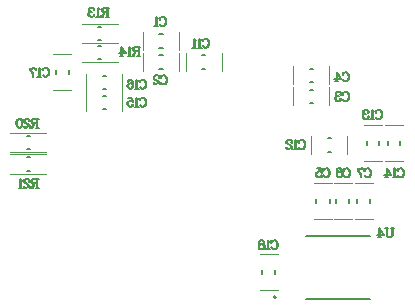
<source format=gbo>
G04*
G04 #@! TF.GenerationSoftware,Altium Limited,Altium Designer,19.0.15 (446)*
G04*
G04 Layer_Color=32896*
%FSLAX23Y23*%
%MOIN*%
G70*
G01*
G75*
%ADD13C,0.008*%
%ADD14C,0.004*%
%ADD19C,0.005*%
D13*
X1137Y911D02*
G03*
X1137Y911I-4J0D01*
G01*
X1092Y989D02*
Y1001D01*
X1135Y989D02*
Y1001D01*
X1316Y1226D02*
Y1238D01*
X1272Y1226D02*
Y1238D01*
X1381Y1226D02*
Y1238D01*
X1337Y1226D02*
Y1238D01*
X1451Y1226D02*
Y1238D01*
X1407Y1226D02*
Y1238D01*
X1309Y1396D02*
X1321D01*
X1309Y1440D02*
X1321D01*
X1439Y1419D02*
Y1431D01*
X1482Y1419D02*
Y1431D01*
X1509Y1419D02*
Y1431D01*
X1552Y1419D02*
Y1431D01*
X1249Y1602D02*
X1261D01*
X1249Y1558D02*
X1261D01*
X891Y1673D02*
X902D01*
X891Y1717D02*
X902D01*
X747Y1743D02*
X759D01*
X747Y1787D02*
X759D01*
X559Y1539D02*
X571D01*
X559Y1582D02*
X571D01*
X559Y1604D02*
X571D01*
X559Y1647D02*
X571D01*
X543Y1748D02*
X554D01*
X543Y1704D02*
X554D01*
X543Y1811D02*
X554D01*
X543Y1768D02*
X554D01*
X403Y1655D02*
Y1667D01*
X447Y1655D02*
Y1667D01*
X307Y1333D02*
X318D01*
X307Y1377D02*
X318D01*
X307Y1404D02*
X318D01*
X307Y1448D02*
X318D01*
X1249Y1672D02*
X1261D01*
X1249Y1628D02*
X1261D01*
X747Y1717D02*
X759D01*
X747Y1673D02*
X759D01*
D14*
X1083Y935D02*
X1143D01*
X1083Y1055D02*
X1143D01*
X1264Y1292D02*
X1324D01*
X1264Y1172D02*
X1324D01*
X1329Y1292D02*
X1389D01*
X1329Y1172D02*
X1389D01*
X1399Y1292D02*
X1459D01*
X1399Y1172D02*
X1459D01*
X1375Y1388D02*
Y1448D01*
X1255Y1388D02*
Y1448D01*
X1431Y1365D02*
X1491D01*
X1431Y1485D02*
X1491D01*
X1501Y1365D02*
X1561D01*
X1501Y1485D02*
X1561D01*
X1195Y1550D02*
Y1610D01*
X1315Y1550D02*
Y1610D01*
X956Y1665D02*
Y1725D01*
X836Y1665D02*
Y1725D01*
X813Y1735D02*
Y1795D01*
X693Y1735D02*
Y1795D01*
X625Y1531D02*
Y1591D01*
X505Y1531D02*
Y1591D01*
X625Y1596D02*
Y1656D01*
X505Y1596D02*
Y1656D01*
X491Y1694D02*
X609D01*
X491Y1758D02*
X609D01*
X491Y1758D02*
X609D01*
X491Y1822D02*
X609D01*
X395Y1601D02*
X455D01*
X395Y1721D02*
X455D01*
X252Y1387D02*
X370D01*
X252Y1323D02*
X370D01*
X252Y1458D02*
X370D01*
X252Y1394D02*
X370D01*
X1195Y1620D02*
Y1680D01*
X1315Y1620D02*
Y1680D01*
X693Y1665D02*
Y1725D01*
X813Y1665D02*
Y1725D01*
D19*
X1237Y905D02*
X1449D01*
X1237Y1115D02*
X1449D01*
X1526Y1140D02*
Y1119D01*
X1524Y1114D01*
X1521Y1111D01*
X1517Y1110D01*
X1514D01*
X1510Y1111D01*
X1507Y1114D01*
X1506Y1119D01*
Y1140D01*
X1524D02*
Y1119D01*
X1523Y1114D01*
X1520Y1111D01*
X1517Y1110D01*
X1530Y1140D02*
X1520D01*
X1510D02*
X1501D01*
X1484Y1137D02*
Y1110D01*
X1475Y1119D02*
X1498D01*
X1482Y1140D01*
Y1110D01*
X1488D02*
X1478D01*
X342Y1305D02*
Y1275D01*
X340Y1305D02*
Y1275D01*
X346Y1305D02*
X329D01*
X325Y1304D01*
X323Y1302D01*
X322Y1299D01*
Y1296D01*
X323Y1294D01*
X325Y1292D01*
X329Y1291D01*
X340D01*
X329Y1305D02*
X326Y1304D01*
X325Y1302D01*
X323Y1299D01*
Y1296D01*
X325Y1294D01*
X326Y1292D01*
X329Y1291D01*
X346Y1275D02*
X336D01*
X333Y1291D02*
X330Y1289D01*
X329Y1288D01*
X325Y1278D01*
X323Y1276D01*
X322D01*
X320Y1278D01*
X330Y1289D02*
X329Y1286D01*
X326Y1276D01*
X325Y1275D01*
X322D01*
X320Y1278D01*
Y1279D01*
X315Y1299D02*
X314Y1298D01*
X315Y1296D01*
X316Y1298D01*
Y1299D01*
X315Y1302D01*
X314Y1304D01*
X309Y1305D01*
X304D01*
X299Y1304D01*
X298Y1302D01*
X296Y1299D01*
Y1296D01*
X298Y1294D01*
X302Y1291D01*
X309Y1288D01*
X312Y1286D01*
X315Y1284D01*
X316Y1279D01*
Y1275D01*
X304Y1305D02*
X301Y1304D01*
X299Y1302D01*
X298Y1299D01*
Y1296D01*
X299Y1294D01*
X304Y1291D01*
X309Y1288D01*
X316Y1278D02*
X315Y1279D01*
X312D01*
X305Y1276D01*
X301D01*
X298Y1278D01*
X296Y1279D01*
Y1282D01*
X312Y1279D02*
X305Y1275D01*
X299D01*
X298Y1276D01*
X296Y1279D01*
X292Y1299D02*
X289Y1301D01*
X285Y1305D01*
Y1275D01*
X286Y1304D02*
Y1275D01*
X292D02*
X279D01*
X342Y1506D02*
Y1476D01*
X340Y1506D02*
Y1476D01*
X346Y1506D02*
X329D01*
X325Y1505D01*
X323Y1503D01*
X322Y1500D01*
Y1497D01*
X323Y1495D01*
X325Y1493D01*
X329Y1492D01*
X340D01*
X329Y1506D02*
X326Y1505D01*
X325Y1503D01*
X323Y1500D01*
Y1497D01*
X325Y1495D01*
X326Y1493D01*
X329Y1492D01*
X346Y1476D02*
X336D01*
X333Y1492D02*
X330Y1490D01*
X329Y1489D01*
X325Y1479D01*
X323Y1477D01*
X322D01*
X320Y1479D01*
X330Y1490D02*
X329Y1487D01*
X326Y1477D01*
X325Y1476D01*
X322D01*
X320Y1479D01*
Y1480D01*
X315Y1500D02*
X314Y1499D01*
X315Y1497D01*
X316Y1499D01*
Y1500D01*
X315Y1503D01*
X314Y1505D01*
X309Y1506D01*
X304D01*
X299Y1505D01*
X298Y1503D01*
X296Y1500D01*
Y1497D01*
X298Y1495D01*
X302Y1492D01*
X309Y1489D01*
X312Y1487D01*
X315Y1485D01*
X316Y1480D01*
Y1476D01*
X304Y1506D02*
X301Y1505D01*
X299Y1503D01*
X298Y1500D01*
Y1497D01*
X299Y1495D01*
X304Y1492D01*
X309Y1489D01*
X316Y1479D02*
X315Y1480D01*
X312D01*
X305Y1477D01*
X301D01*
X298Y1479D01*
X296Y1480D01*
Y1483D01*
X312Y1480D02*
X305Y1476D01*
X299D01*
X298Y1477D01*
X296Y1480D01*
X283Y1506D02*
X288Y1505D01*
X291Y1500D01*
X292Y1493D01*
Y1489D01*
X291Y1482D01*
X288Y1477D01*
X283Y1476D01*
X281D01*
X276Y1477D01*
X273Y1482D01*
X272Y1489D01*
Y1493D01*
X273Y1500D01*
X276Y1505D01*
X281Y1506D01*
X283D01*
X286Y1505D01*
X288Y1503D01*
X289Y1500D01*
X291Y1493D01*
Y1489D01*
X289Y1482D01*
X288Y1479D01*
X286Y1477D01*
X283Y1476D01*
X281D02*
X278Y1477D01*
X276Y1479D01*
X275Y1482D01*
X273Y1489D01*
Y1493D01*
X275Y1500D01*
X276Y1503D01*
X278Y1505D01*
X281Y1506D01*
X681Y1746D02*
Y1716D01*
X679Y1746D02*
Y1716D01*
X685Y1746D02*
X668D01*
X664Y1744D01*
X662Y1743D01*
X661Y1740D01*
Y1737D01*
X662Y1734D01*
X664Y1733D01*
X668Y1731D01*
X679D01*
X668Y1746D02*
X665Y1744D01*
X664Y1743D01*
X662Y1740D01*
Y1737D01*
X664Y1734D01*
X665Y1733D01*
X668Y1731D01*
X685Y1716D02*
X675D01*
X672Y1731D02*
X669Y1730D01*
X668Y1728D01*
X664Y1718D01*
X662Y1717D01*
X661D01*
X659Y1718D01*
X669Y1730D02*
X668Y1727D01*
X665Y1717D01*
X664Y1716D01*
X661D01*
X659Y1718D01*
Y1720D01*
X655Y1740D02*
X653Y1741D01*
X648Y1746D01*
Y1716D01*
X650Y1744D02*
Y1716D01*
X655D02*
X643D01*
X623Y1743D02*
Y1716D01*
X615Y1724D02*
X637D01*
X622Y1746D01*
Y1716D01*
X627D02*
X617D01*
X576Y1876D02*
Y1846D01*
X574Y1876D02*
Y1846D01*
X580Y1876D02*
X563D01*
X559Y1874D01*
X557Y1873D01*
X556Y1870D01*
Y1867D01*
X557Y1864D01*
X559Y1863D01*
X563Y1861D01*
X574D01*
X563Y1876D02*
X560Y1874D01*
X559Y1873D01*
X557Y1870D01*
Y1867D01*
X559Y1864D01*
X560Y1863D01*
X563Y1861D01*
X580Y1846D02*
X570D01*
X567Y1861D02*
X564Y1860D01*
X563Y1858D01*
X559Y1848D01*
X557Y1847D01*
X556D01*
X554Y1848D01*
X564Y1860D02*
X563Y1857D01*
X560Y1847D01*
X559Y1846D01*
X556D01*
X554Y1848D01*
Y1850D01*
X550Y1870D02*
X548Y1871D01*
X543Y1876D01*
Y1846D01*
X545Y1874D02*
Y1846D01*
X550D02*
X538D01*
X531Y1870D02*
X530Y1868D01*
X531Y1867D01*
X532Y1868D01*
Y1870D01*
X531Y1873D01*
X530Y1874D01*
X525Y1876D01*
X520D01*
X515Y1874D01*
X514Y1871D01*
Y1867D01*
X515Y1864D01*
X520Y1863D01*
X524D01*
X520Y1876D02*
X517Y1874D01*
X515Y1871D01*
Y1867D01*
X517Y1864D01*
X520Y1863D01*
X517Y1861D01*
X514Y1858D01*
X512Y1856D01*
Y1851D01*
X514Y1848D01*
X515Y1847D01*
X520Y1846D01*
X525D01*
X530Y1847D01*
X531Y1848D01*
X532Y1851D01*
Y1853D01*
X531Y1854D01*
X530Y1853D01*
X531Y1851D01*
X515Y1860D02*
X514Y1856D01*
Y1851D01*
X515Y1848D01*
X517Y1847D01*
X520Y1846D01*
X1123Y1096D02*
X1122Y1091D01*
Y1100D01*
X1123Y1096D01*
X1126Y1099D01*
X1130Y1100D01*
X1133D01*
X1138Y1099D01*
X1140Y1096D01*
X1142Y1093D01*
X1143Y1089D01*
Y1081D01*
X1142Y1077D01*
X1140Y1074D01*
X1138Y1071D01*
X1133Y1070D01*
X1130D01*
X1126Y1071D01*
X1123Y1074D01*
X1122Y1077D01*
X1133Y1100D02*
X1136Y1099D01*
X1139Y1096D01*
X1140Y1093D01*
X1142Y1089D01*
Y1081D01*
X1140Y1077D01*
X1139Y1074D01*
X1136Y1071D01*
X1133Y1070D01*
X1118Y1094D02*
X1115Y1096D01*
X1110Y1100D01*
Y1070D01*
X1112Y1099D02*
Y1070D01*
X1118D02*
X1105D01*
X1092Y1100D02*
X1097Y1099D01*
X1098Y1096D01*
Y1091D01*
X1097Y1089D01*
X1092Y1087D01*
X1087D01*
X1082Y1089D01*
X1081Y1091D01*
Y1096D01*
X1082Y1099D01*
X1087Y1100D01*
X1092D01*
X1095Y1099D01*
X1097Y1096D01*
Y1091D01*
X1095Y1089D01*
X1092Y1087D01*
X1087D02*
X1084Y1089D01*
X1082Y1091D01*
Y1096D01*
X1084Y1099D01*
X1087Y1100D01*
X1092Y1087D02*
X1097Y1086D01*
X1098Y1084D01*
X1100Y1081D01*
Y1076D01*
X1098Y1073D01*
X1097Y1071D01*
X1092Y1070D01*
X1087D01*
X1082Y1071D01*
X1081Y1073D01*
X1080Y1076D01*
Y1081D01*
X1081Y1084D01*
X1082Y1086D01*
X1087Y1087D01*
X1092D02*
X1095Y1086D01*
X1097Y1084D01*
X1098Y1081D01*
Y1076D01*
X1097Y1073D01*
X1095Y1071D01*
X1092Y1070D01*
X1087D02*
X1084Y1071D01*
X1082Y1073D01*
X1081Y1076D01*
Y1081D01*
X1082Y1084D01*
X1084Y1086D01*
X1087Y1087D01*
X360Y1671D02*
X359Y1667D01*
Y1676D01*
X360Y1671D01*
X363Y1674D01*
X367Y1676D01*
X370D01*
X374Y1674D01*
X377Y1671D01*
X379Y1668D01*
X380Y1664D01*
Y1657D01*
X379Y1653D01*
X377Y1650D01*
X374Y1647D01*
X370Y1646D01*
X367D01*
X363Y1647D01*
X360Y1650D01*
X359Y1653D01*
X370Y1676D02*
X373Y1674D01*
X376Y1671D01*
X377Y1668D01*
X379Y1664D01*
Y1657D01*
X377Y1653D01*
X376Y1650D01*
X373Y1647D01*
X370Y1646D01*
X354Y1670D02*
X351Y1671D01*
X347Y1676D01*
Y1646D01*
X349Y1674D02*
Y1646D01*
X354D02*
X341D01*
X336Y1676D02*
Y1667D01*
Y1670D02*
X335Y1673D01*
X332Y1676D01*
X329D01*
X322Y1671D01*
X319D01*
X318Y1673D01*
X316Y1676D01*
X335Y1673D02*
X332Y1674D01*
X329D01*
X322Y1671D01*
X316Y1676D02*
Y1671D01*
X318Y1667D01*
X323Y1660D01*
X325Y1657D01*
X326Y1653D01*
Y1646D01*
X318Y1667D02*
X325Y1660D01*
X326Y1657D01*
X328Y1653D01*
Y1646D01*
X685Y1631D02*
X684Y1627D01*
Y1636D01*
X685Y1631D01*
X688Y1634D01*
X692Y1636D01*
X695D01*
X699Y1634D01*
X702Y1631D01*
X704Y1628D01*
X705Y1624D01*
Y1617D01*
X704Y1613D01*
X702Y1610D01*
X699Y1607D01*
X695Y1606D01*
X692D01*
X688Y1607D01*
X685Y1610D01*
X684Y1613D01*
X695Y1636D02*
X698Y1634D01*
X701Y1631D01*
X702Y1628D01*
X704Y1624D01*
Y1617D01*
X702Y1613D01*
X701Y1610D01*
X698Y1607D01*
X695Y1606D01*
X679Y1630D02*
X676Y1631D01*
X672Y1636D01*
Y1606D01*
X674Y1634D02*
Y1606D01*
X679D02*
X666D01*
X644Y1631D02*
X646Y1630D01*
X644Y1628D01*
X643Y1630D01*
Y1631D01*
X644Y1634D01*
X647Y1636D01*
X651D01*
X656Y1634D01*
X658Y1631D01*
X660Y1628D01*
X661Y1623D01*
Y1614D01*
X660Y1610D01*
X657Y1607D01*
X653Y1606D01*
X650D01*
X646Y1607D01*
X643Y1610D01*
X641Y1614D01*
Y1616D01*
X643Y1620D01*
X646Y1623D01*
X650Y1624D01*
X651D01*
X656Y1623D01*
X658Y1620D01*
X660Y1616D01*
X651Y1636D02*
X654Y1634D01*
X657Y1631D01*
X658Y1628D01*
X660Y1623D01*
Y1614D01*
X658Y1610D01*
X656Y1607D01*
X653Y1606D01*
X650D02*
X647Y1607D01*
X644Y1610D01*
X643Y1614D01*
Y1616D01*
X644Y1620D01*
X647Y1623D01*
X650Y1624D01*
X685Y1571D02*
X684Y1567D01*
Y1576D01*
X685Y1571D01*
X688Y1574D01*
X692Y1576D01*
X695D01*
X699Y1574D01*
X702Y1571D01*
X704Y1568D01*
X705Y1564D01*
Y1557D01*
X704Y1553D01*
X702Y1550D01*
X699Y1547D01*
X695Y1546D01*
X692D01*
X688Y1547D01*
X685Y1550D01*
X684Y1553D01*
X695Y1576D02*
X698Y1574D01*
X701Y1571D01*
X702Y1568D01*
X704Y1564D01*
Y1557D01*
X702Y1553D01*
X701Y1550D01*
X698Y1547D01*
X695Y1546D01*
X679Y1570D02*
X676Y1571D01*
X672Y1576D01*
Y1546D01*
X674Y1574D02*
Y1546D01*
X679D02*
X666D01*
X658Y1576D02*
X661Y1561D01*
X658Y1564D01*
X654Y1566D01*
X650D01*
X646Y1564D01*
X643Y1561D01*
X641Y1557D01*
Y1554D01*
X643Y1550D01*
X646Y1547D01*
X650Y1546D01*
X654D01*
X658Y1547D01*
X660Y1548D01*
X661Y1551D01*
Y1553D01*
X660Y1554D01*
X658Y1553D01*
X660Y1551D01*
X650Y1566D02*
X647Y1564D01*
X644Y1561D01*
X643Y1557D01*
Y1554D01*
X644Y1550D01*
X647Y1547D01*
X650Y1546D01*
X658Y1576D02*
X644D01*
X658Y1574D02*
X651D01*
X644Y1576D01*
X1545Y1336D02*
X1544Y1331D01*
Y1340D01*
X1545Y1336D01*
X1548Y1339D01*
X1552Y1340D01*
X1555D01*
X1559Y1339D01*
X1562Y1336D01*
X1564Y1333D01*
X1565Y1329D01*
Y1321D01*
X1564Y1317D01*
X1562Y1314D01*
X1559Y1311D01*
X1555Y1310D01*
X1552D01*
X1548Y1311D01*
X1545Y1314D01*
X1544Y1317D01*
X1555Y1340D02*
X1558Y1339D01*
X1561Y1336D01*
X1562Y1333D01*
X1564Y1329D01*
Y1321D01*
X1562Y1317D01*
X1561Y1314D01*
X1558Y1311D01*
X1555Y1310D01*
X1539Y1334D02*
X1536Y1336D01*
X1532Y1340D01*
Y1310D01*
X1534Y1339D02*
Y1310D01*
X1539D02*
X1526D01*
X1507Y1337D02*
Y1310D01*
X1498Y1319D02*
X1521D01*
X1506Y1340D01*
Y1310D01*
X1511D02*
X1501D01*
X1470Y1531D02*
X1469Y1526D01*
Y1535D01*
X1470Y1531D01*
X1473Y1534D01*
X1477Y1535D01*
X1480D01*
X1484Y1534D01*
X1487Y1531D01*
X1489Y1528D01*
X1490Y1524D01*
Y1516D01*
X1489Y1512D01*
X1487Y1509D01*
X1484Y1506D01*
X1480Y1505D01*
X1477D01*
X1473Y1506D01*
X1470Y1509D01*
X1469Y1512D01*
X1480Y1535D02*
X1483Y1534D01*
X1486Y1531D01*
X1487Y1528D01*
X1489Y1524D01*
Y1516D01*
X1487Y1512D01*
X1486Y1509D01*
X1483Y1506D01*
X1480Y1505D01*
X1464Y1529D02*
X1461Y1531D01*
X1457Y1535D01*
Y1505D01*
X1459Y1534D02*
Y1505D01*
X1464D02*
X1451D01*
X1445Y1529D02*
X1443Y1528D01*
X1445Y1526D01*
X1446Y1528D01*
Y1529D01*
X1445Y1532D01*
X1443Y1534D01*
X1439Y1535D01*
X1433D01*
X1429Y1534D01*
X1428Y1531D01*
Y1526D01*
X1429Y1524D01*
X1433Y1522D01*
X1438D01*
X1433Y1535D02*
X1431Y1534D01*
X1429Y1531D01*
Y1526D01*
X1431Y1524D01*
X1433Y1522D01*
X1431Y1521D01*
X1428Y1518D01*
X1426Y1515D01*
Y1511D01*
X1428Y1508D01*
X1429Y1506D01*
X1433Y1505D01*
X1439D01*
X1443Y1506D01*
X1445Y1508D01*
X1446Y1511D01*
Y1512D01*
X1445Y1514D01*
X1443Y1512D01*
X1445Y1511D01*
X1429Y1519D02*
X1428Y1515D01*
Y1511D01*
X1429Y1508D01*
X1431Y1506D01*
X1433Y1505D01*
X1215Y1431D02*
X1214Y1426D01*
Y1435D01*
X1215Y1431D01*
X1218Y1434D01*
X1222Y1435D01*
X1225D01*
X1229Y1434D01*
X1232Y1431D01*
X1234Y1428D01*
X1235Y1424D01*
Y1416D01*
X1234Y1412D01*
X1232Y1409D01*
X1229Y1406D01*
X1225Y1405D01*
X1222D01*
X1218Y1406D01*
X1215Y1409D01*
X1214Y1412D01*
X1225Y1435D02*
X1228Y1434D01*
X1231Y1431D01*
X1232Y1428D01*
X1234Y1424D01*
Y1416D01*
X1232Y1412D01*
X1231Y1409D01*
X1228Y1406D01*
X1225Y1405D01*
X1209Y1429D02*
X1206Y1431D01*
X1202Y1435D01*
Y1405D01*
X1204Y1434D02*
Y1405D01*
X1209D02*
X1196D01*
X1190Y1429D02*
X1188Y1428D01*
X1190Y1426D01*
X1191Y1428D01*
Y1429D01*
X1190Y1432D01*
X1188Y1434D01*
X1184Y1435D01*
X1178D01*
X1174Y1434D01*
X1173Y1432D01*
X1171Y1429D01*
Y1426D01*
X1173Y1424D01*
X1177Y1421D01*
X1184Y1418D01*
X1187Y1416D01*
X1190Y1414D01*
X1191Y1409D01*
Y1405D01*
X1178Y1435D02*
X1176Y1434D01*
X1174Y1432D01*
X1173Y1429D01*
Y1426D01*
X1174Y1424D01*
X1178Y1421D01*
X1184Y1418D01*
X1191Y1408D02*
X1190Y1409D01*
X1187D01*
X1180Y1406D01*
X1176D01*
X1173Y1408D01*
X1171Y1409D01*
Y1412D01*
X1187Y1409D02*
X1180Y1405D01*
X1174D01*
X1173Y1406D01*
X1171Y1409D01*
X895Y1769D02*
X894Y1765D01*
Y1773D01*
X895Y1769D01*
X898Y1772D01*
X902Y1773D01*
X905D01*
X909Y1772D01*
X912Y1769D01*
X914Y1766D01*
X915Y1762D01*
Y1755D01*
X914Y1750D01*
X912Y1748D01*
X909Y1745D01*
X905Y1743D01*
X902D01*
X898Y1745D01*
X895Y1748D01*
X894Y1750D01*
X905Y1773D02*
X908Y1772D01*
X911Y1769D01*
X912Y1766D01*
X914Y1762D01*
Y1755D01*
X912Y1750D01*
X911Y1748D01*
X908Y1745D01*
X905Y1743D01*
X889Y1768D02*
X886Y1769D01*
X882Y1773D01*
Y1743D01*
X884Y1772D02*
Y1743D01*
X889D02*
X876D01*
X871Y1768D02*
X868Y1769D01*
X864Y1773D01*
Y1743D01*
X866Y1772D02*
Y1743D01*
X871D02*
X858D01*
X1435Y1336D02*
X1434Y1331D01*
Y1340D01*
X1435Y1336D01*
X1438Y1339D01*
X1442Y1340D01*
X1445D01*
X1449Y1339D01*
X1452Y1336D01*
X1454Y1333D01*
X1455Y1329D01*
Y1321D01*
X1454Y1317D01*
X1452Y1314D01*
X1449Y1311D01*
X1445Y1310D01*
X1442D01*
X1438Y1311D01*
X1435Y1314D01*
X1434Y1317D01*
X1445Y1340D02*
X1448Y1339D01*
X1451Y1336D01*
X1452Y1333D01*
X1454Y1329D01*
Y1321D01*
X1452Y1317D01*
X1451Y1314D01*
X1448Y1311D01*
X1445Y1310D01*
X1429Y1340D02*
Y1331D01*
Y1334D02*
X1428Y1337D01*
X1425Y1340D01*
X1422D01*
X1415Y1336D01*
X1412D01*
X1411Y1337D01*
X1409Y1340D01*
X1428Y1337D02*
X1425Y1339D01*
X1422D01*
X1415Y1336D01*
X1409Y1340D02*
Y1336D01*
X1411Y1331D01*
X1416Y1324D01*
X1418Y1321D01*
X1419Y1317D01*
Y1310D01*
X1411Y1331D02*
X1418Y1324D01*
X1419Y1321D01*
X1421Y1317D01*
Y1310D01*
X1365Y1336D02*
X1364Y1331D01*
Y1340D01*
X1365Y1336D01*
X1368Y1339D01*
X1372Y1340D01*
X1375D01*
X1379Y1339D01*
X1382Y1336D01*
X1384Y1333D01*
X1385Y1329D01*
Y1321D01*
X1384Y1317D01*
X1382Y1314D01*
X1379Y1311D01*
X1375Y1310D01*
X1372D01*
X1368Y1311D01*
X1365Y1314D01*
X1364Y1317D01*
X1375Y1340D02*
X1378Y1339D01*
X1381Y1336D01*
X1382Y1333D01*
X1384Y1329D01*
Y1321D01*
X1382Y1317D01*
X1381Y1314D01*
X1378Y1311D01*
X1375Y1310D01*
X1342Y1336D02*
X1344Y1334D01*
X1342Y1333D01*
X1341Y1334D01*
Y1336D01*
X1342Y1339D01*
X1345Y1340D01*
X1349D01*
X1354Y1339D01*
X1356Y1336D01*
X1358Y1333D01*
X1359Y1327D01*
Y1319D01*
X1358Y1314D01*
X1355Y1311D01*
X1351Y1310D01*
X1348D01*
X1344Y1311D01*
X1341Y1314D01*
X1339Y1319D01*
Y1320D01*
X1341Y1324D01*
X1344Y1327D01*
X1348Y1329D01*
X1349D01*
X1354Y1327D01*
X1356Y1324D01*
X1358Y1320D01*
X1349Y1340D02*
X1352Y1339D01*
X1355Y1336D01*
X1356Y1333D01*
X1358Y1327D01*
Y1319D01*
X1356Y1314D01*
X1354Y1311D01*
X1351Y1310D01*
X1348D02*
X1345Y1311D01*
X1342Y1314D01*
X1341Y1319D01*
Y1320D01*
X1342Y1324D01*
X1345Y1327D01*
X1348Y1329D01*
X1296Y1336D02*
X1294Y1331D01*
Y1340D01*
X1296Y1336D01*
X1299Y1339D01*
X1303Y1340D01*
X1306D01*
X1310Y1339D01*
X1313Y1336D01*
X1314Y1333D01*
X1316Y1329D01*
Y1321D01*
X1314Y1317D01*
X1313Y1314D01*
X1310Y1311D01*
X1306Y1310D01*
X1303D01*
X1299Y1311D01*
X1296Y1314D01*
X1294Y1317D01*
X1306Y1340D02*
X1309Y1339D01*
X1311Y1336D01*
X1313Y1333D01*
X1314Y1329D01*
Y1321D01*
X1313Y1317D01*
X1311Y1314D01*
X1309Y1311D01*
X1306Y1310D01*
X1287Y1340D02*
X1290Y1326D01*
X1287Y1329D01*
X1283Y1330D01*
X1279D01*
X1274Y1329D01*
X1271Y1326D01*
X1270Y1321D01*
Y1319D01*
X1271Y1314D01*
X1274Y1311D01*
X1279Y1310D01*
X1283D01*
X1287Y1311D01*
X1289Y1313D01*
X1290Y1316D01*
Y1317D01*
X1289Y1319D01*
X1287Y1317D01*
X1289Y1316D01*
X1279Y1330D02*
X1276Y1329D01*
X1273Y1326D01*
X1271Y1321D01*
Y1319D01*
X1273Y1314D01*
X1276Y1311D01*
X1279Y1310D01*
X1287Y1340D02*
X1273D01*
X1287Y1339D02*
X1280D01*
X1273Y1340D01*
X1361Y1656D02*
X1359Y1651D01*
Y1660D01*
X1361Y1656D01*
X1364Y1659D01*
X1368Y1660D01*
X1371D01*
X1375Y1659D01*
X1378Y1656D01*
X1379Y1653D01*
X1381Y1649D01*
Y1641D01*
X1379Y1637D01*
X1378Y1634D01*
X1375Y1631D01*
X1371Y1630D01*
X1368D01*
X1364Y1631D01*
X1361Y1634D01*
X1359Y1637D01*
X1371Y1660D02*
X1374Y1659D01*
X1376Y1656D01*
X1378Y1653D01*
X1379Y1649D01*
Y1641D01*
X1378Y1637D01*
X1376Y1634D01*
X1374Y1631D01*
X1371Y1630D01*
X1341Y1657D02*
Y1630D01*
X1332Y1639D02*
X1355D01*
X1339Y1660D01*
Y1630D01*
X1345D02*
X1335D01*
X1360Y1591D02*
X1359Y1586D01*
Y1595D01*
X1360Y1591D01*
X1363Y1594D01*
X1367Y1595D01*
X1370D01*
X1374Y1594D01*
X1377Y1591D01*
X1379Y1588D01*
X1380Y1584D01*
Y1576D01*
X1379Y1572D01*
X1377Y1569D01*
X1374Y1566D01*
X1370Y1565D01*
X1367D01*
X1363Y1566D01*
X1360Y1569D01*
X1359Y1572D01*
X1370Y1595D02*
X1373Y1594D01*
X1376Y1591D01*
X1377Y1588D01*
X1379Y1584D01*
Y1576D01*
X1377Y1572D01*
X1376Y1569D01*
X1373Y1566D01*
X1370Y1565D01*
X1353Y1589D02*
X1351Y1588D01*
X1353Y1586D01*
X1354Y1588D01*
Y1589D01*
X1353Y1592D01*
X1351Y1594D01*
X1347Y1595D01*
X1341D01*
X1337Y1594D01*
X1336Y1591D01*
Y1586D01*
X1337Y1584D01*
X1341Y1582D01*
X1346D01*
X1341Y1595D02*
X1339Y1594D01*
X1337Y1591D01*
Y1586D01*
X1339Y1584D01*
X1341Y1582D01*
X1339Y1581D01*
X1336Y1578D01*
X1334Y1575D01*
Y1571D01*
X1336Y1568D01*
X1337Y1566D01*
X1341Y1565D01*
X1347D01*
X1351Y1566D01*
X1353Y1568D01*
X1354Y1571D01*
Y1572D01*
X1353Y1574D01*
X1351Y1572D01*
X1353Y1571D01*
X1337Y1579D02*
X1336Y1575D01*
Y1571D01*
X1337Y1568D01*
X1339Y1566D01*
X1341Y1565D01*
X755Y1646D02*
X754Y1641D01*
Y1650D01*
X755Y1646D01*
X758Y1649D01*
X762Y1650D01*
X765D01*
X769Y1649D01*
X772Y1646D01*
X774Y1643D01*
X775Y1639D01*
Y1631D01*
X774Y1627D01*
X772Y1624D01*
X769Y1621D01*
X765Y1620D01*
X762D01*
X758Y1621D01*
X755Y1624D01*
X754Y1627D01*
X765Y1650D02*
X768Y1649D01*
X771Y1646D01*
X772Y1643D01*
X774Y1639D01*
Y1631D01*
X772Y1627D01*
X771Y1624D01*
X768Y1621D01*
X765Y1620D01*
X748Y1644D02*
X746Y1643D01*
X748Y1641D01*
X749Y1643D01*
Y1644D01*
X748Y1647D01*
X746Y1649D01*
X742Y1650D01*
X736D01*
X732Y1649D01*
X731Y1647D01*
X729Y1644D01*
Y1641D01*
X731Y1639D01*
X735Y1636D01*
X742Y1633D01*
X745Y1631D01*
X748Y1629D01*
X749Y1624D01*
Y1620D01*
X736Y1650D02*
X734Y1649D01*
X732Y1647D01*
X731Y1644D01*
Y1641D01*
X732Y1639D01*
X736Y1636D01*
X742Y1633D01*
X749Y1623D02*
X748Y1624D01*
X745D01*
X738Y1621D01*
X734D01*
X731Y1623D01*
X729Y1624D01*
Y1627D01*
X745Y1624D02*
X738Y1620D01*
X732D01*
X731Y1621D01*
X729Y1624D01*
X750Y1841D02*
X749Y1836D01*
Y1845D01*
X750Y1841D01*
X753Y1844D01*
X757Y1845D01*
X760D01*
X764Y1844D01*
X767Y1841D01*
X769Y1838D01*
X770Y1834D01*
Y1826D01*
X769Y1822D01*
X767Y1819D01*
X764Y1816D01*
X760Y1815D01*
X757D01*
X753Y1816D01*
X750Y1819D01*
X749Y1822D01*
X760Y1845D02*
X763Y1844D01*
X766Y1841D01*
X767Y1838D01*
X769Y1834D01*
Y1826D01*
X767Y1822D01*
X766Y1819D01*
X763Y1816D01*
X760Y1815D01*
X744Y1839D02*
X741Y1841D01*
X737Y1845D01*
Y1815D01*
X739Y1844D02*
Y1815D01*
X744D02*
X731D01*
M02*

</source>
